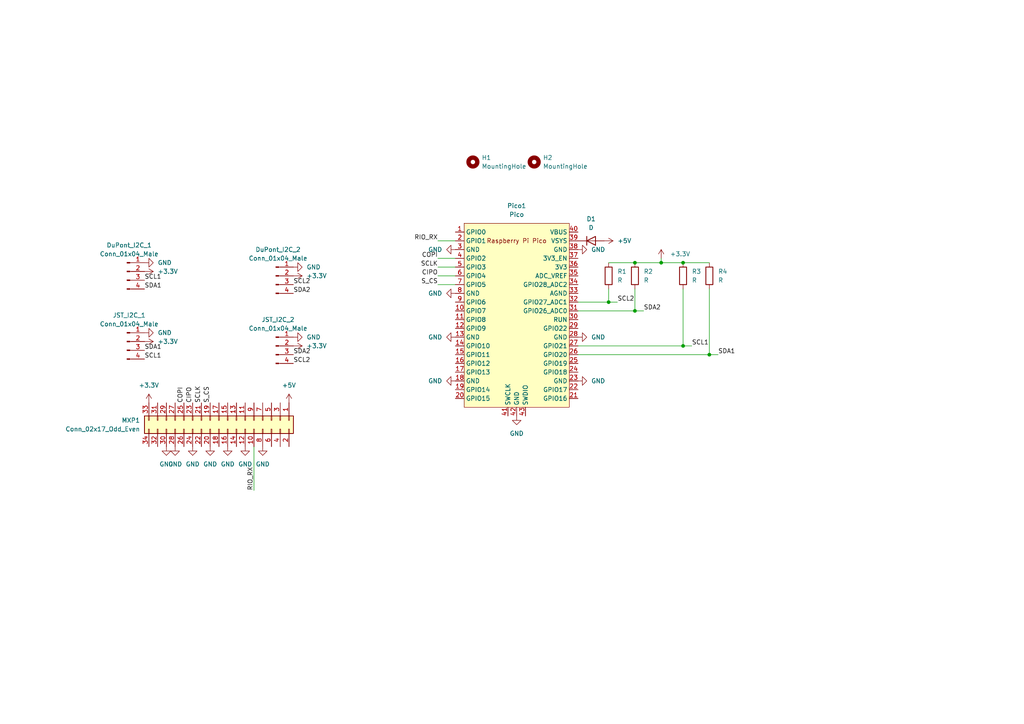
<source format=kicad_sch>
(kicad_sch (version 20211123) (generator eeschema)
  (paper "A4")
  (lib_symbols
    (symbol "Connector:Conn_01x04_Male" (pin_names (offset 1.016) hide)
      (property "Reference" "J" (at 0 5.08 0))
      (property "Value" "Conn_01x04_Male" (at 0 -7.62 0))
      (symbol "Conn_01x04_Male_1_1"
        (polyline (pts (xy 1.27 -5.08) (xy 0.8636 -5.08)) (stroke (width 0.1524)))
        (polyline (pts (xy 1.27 -2.54) (xy 0.8636 -2.54)) (stroke (width 0.1524)))
        (polyline (pts (xy 1.27 0) (xy 0.8636 0)) (stroke (width 0.1524)))
        (polyline (pts (xy 1.27 2.54) (xy 0.8636 2.54)) (stroke (width 0.1524)))
        (rectangle (start 0.8636 -4.953) (end 0 -5.207) (stroke (width 0.1524)) (fill (type outline)))
        (rectangle (start 0.8636 -2.413) (end 0 -2.667) (stroke (width 0.1524)) (fill (type outline)))
        (rectangle (start 0.8636 0.127) (end 0 -0.127) (stroke (width 0.1524)) (fill (type outline)))
        (rectangle (start 0.8636 2.667) (end 0 2.413) (stroke (width 0.1524)) (fill (type outline)))
        (pin passive line (at 5.08 2.54 180) (length 3.81) (name "Pin_1") (number "1"))
        (pin passive line (at 5.08 0 180) (length 3.81) (name "Pin_2") (number "2"))
        (pin passive line (at 5.08 -2.54 180) (length 3.81) (name "Pin_3") (number "3"))
        (pin passive line (at 5.08 -5.08 180) (length 3.81) (name "Pin_4") (number "4"))
      )
    )
    (symbol "Connector_Generic:Conn_02x17_Odd_Even" (pin_names (offset 1.016) hide)
      (property "Reference" "J" (at 1.27 22.86 0))
      (property "Value" "Conn_02x17_Odd_Even" (at 1.27 -22.86 0))
      (symbol "Conn_02x17_Odd_Even_1_1"
        (rectangle (start -1.27 -20.193) (end 0 -20.447) (stroke (width 0.1524)))
        (rectangle (start -1.27 -17.653) (end 0 -17.907) (stroke (width 0.1524)))
        (rectangle (start -1.27 -15.113) (end 0 -15.367) (stroke (width 0.1524)))
        (rectangle (start -1.27 -12.573) (end 0 -12.827) (stroke (width 0.1524)))
        (rectangle (start -1.27 -10.033) (end 0 -10.287) (stroke (width 0.1524)))
        (rectangle (start -1.27 -7.493) (end 0 -7.747) (stroke (width 0.1524)))
        (rectangle (start -1.27 -4.953) (end 0 -5.207) (stroke (width 0.1524)))
        (rectangle (start -1.27 -2.413) (end 0 -2.667) (stroke (width 0.1524)))
        (rectangle (start -1.27 0.127) (end 0 -0.127) (stroke (width 0.1524)))
        (rectangle (start -1.27 2.667) (end 0 2.413) (stroke (width 0.1524)))
        (rectangle (start -1.27 5.207) (end 0 4.953) (stroke (width 0.1524)))
        (rectangle (start -1.27 7.747) (end 0 7.493) (stroke (width 0.1524)))
        (rectangle (start -1.27 10.287) (end 0 10.033) (stroke (width 0.1524)))
        (rectangle (start -1.27 12.827) (end 0 12.573) (stroke (width 0.1524)))
        (rectangle (start -1.27 15.367) (end 0 15.113) (stroke (width 0.1524)))
        (rectangle (start -1.27 17.907) (end 0 17.653) (stroke (width 0.1524)))
        (rectangle (start -1.27 20.447) (end 0 20.193) (stroke (width 0.1524)))
        (rectangle (start -1.27 21.59) (end 3.81 -21.59) (stroke (width 0.254)) (fill (type background)))
        (rectangle (start 3.81 -20.193) (end 2.54 -20.447) (stroke (width 0.1524)))
        (rectangle (start 3.81 -17.653) (end 2.54 -17.907) (stroke (width 0.1524)))
        (rectangle (start 3.81 -15.113) (end 2.54 -15.367) (stroke (width 0.1524)))
        (rectangle (start 3.81 -12.573) (end 2.54 -12.827) (stroke (width 0.1524)))
        (rectangle (start 3.81 -10.033) (end 2.54 -10.287) (stroke (width 0.1524)))
        (rectangle (start 3.81 -7.493) (end 2.54 -7.747) (stroke (width 0.1524)))
        (rectangle (start 3.81 -4.953) (end 2.54 -5.207) (stroke (width 0.1524)))
        (rectangle (start 3.81 -2.413) (end 2.54 -2.667) (stroke (width 0.1524)))
        (rectangle (start 3.81 0.127) (end 2.54 -0.127) (stroke (width 0.1524)))
        (rectangle (start 3.81 2.667) (end 2.54 2.413) (stroke (width 0.1524)))
        (rectangle (start 3.81 5.207) (end 2.54 4.953) (stroke (width 0.1524)))
        (rectangle (start 3.81 7.747) (end 2.54 7.493) (stroke (width 0.1524)))
        (rectangle (start 3.81 10.287) (end 2.54 10.033) (stroke (width 0.1524)))
        (rectangle (start 3.81 12.827) (end 2.54 12.573) (stroke (width 0.1524)))
        (rectangle (start 3.81 15.367) (end 2.54 15.113) (stroke (width 0.1524)))
        (rectangle (start 3.81 17.907) (end 2.54 17.653) (stroke (width 0.1524)))
        (rectangle (start 3.81 20.447) (end 2.54 20.193) (stroke (width 0.1524)))
        (pin passive line (at -5.08 20.32 0) (length 3.81) (name "Pin_1") (number "1"))
        (pin passive line (at 7.62 10.16 180) (length 3.81) (name "Pin_10") (number "10"))
        (pin passive line (at -5.08 7.62 0) (length 3.81) (name "Pin_11") (number "11"))
        (pin passive line (at 7.62 7.62 180) (length 3.81) (name "Pin_12") (number "12"))
        (pin passive line (at -5.08 5.08 0) (length 3.81) (name "Pin_13") (number "13"))
        (pin passive line (at 7.62 5.08 180) (length 3.81) (name "Pin_14") (number "14"))
        (pin passive line (at -5.08 2.54 0) (length 3.81) (name "Pin_15") (number "15"))
        (pin passive line (at 7.62 2.54 180) (length 3.81) (name "Pin_16") (number "16"))
        (pin passive line (at -5.08 0 0) (length 3.81) (name "Pin_17") (number "17"))
        (pin passive line (at 7.62 0 180) (length 3.81) (name "Pin_18") (number "18"))
        (pin passive line (at -5.08 -2.54 0) (length 3.81) (name "Pin_19") (number "19"))
        (pin passive line (at 7.62 20.32 180) (length 3.81) (name "Pin_2") (number "2"))
        (pin passive line (at 7.62 -2.54 180) (length 3.81) (name "Pin_20") (number "20"))
        (pin passive line (at -5.08 -5.08 0) (length 3.81) (name "Pin_21") (number "21"))
        (pin passive line (at 7.62 -5.08 180) (length 3.81) (name "Pin_22") (number "22"))
        (pin passive line (at -5.08 -7.62 0) (length 3.81) (name "Pin_23") (number "23"))
        (pin passive line (at 7.62 -7.62 180) (length 3.81) (name "Pin_24") (number "24"))
        (pin passive line (at -5.08 -10.16 0) (length 3.81) (name "Pin_25") (number "25"))
        (pin passive line (at 7.62 -10.16 180) (length 3.81) (name "Pin_26") (number "26"))
        (pin passive line (at -5.08 -12.7 0) (length 3.81) (name "Pin_27") (number "27"))
        (pin passive line (at 7.62 -12.7 180) (length 3.81) (name "Pin_28") (number "28"))
        (pin passive line (at -5.08 -15.24 0) (length 3.81) (name "Pin_29") (number "29"))
        (pin passive line (at -5.08 17.78 0) (length 3.81) (name "Pin_3") (number "3"))
        (pin passive line (at 7.62 -15.24 180) (length 3.81) (name "Pin_30") (number "30"))
        (pin passive line (at -5.08 -17.78 0) (length 3.81) (name "Pin_31") (number "31"))
        (pin passive line (at 7.62 -17.78 180) (length 3.81) (name "Pin_32") (number "32"))
        (pin passive line (at -5.08 -20.32 0) (length 3.81) (name "Pin_33") (number "33"))
        (pin passive line (at 7.62 -20.32 180) (length 3.81) (name "Pin_34") (number "34"))
        (pin passive line (at 7.62 17.78 180) (length 3.81) (name "Pin_4") (number "4"))
        (pin passive line (at -5.08 15.24 0) (length 3.81) (name "Pin_5") (number "5"))
        (pin passive line (at 7.62 15.24 180) (length 3.81) (name "Pin_6") (number "6"))
        (pin passive line (at -5.08 12.7 0) (length 3.81) (name "Pin_7") (number "7"))
        (pin passive line (at 7.62 12.7 180) (length 3.81) (name "Pin_8") (number "8"))
        (pin passive line (at -5.08 10.16 0) (length 3.81) (name "Pin_9") (number "9"))
      )
    )
    (symbol "Device:D" (pin_numbers hide) (pin_names (offset 1.016) hide)
      (property "Reference" "D" (at 0 2.54 0))
      (property "Value" "D" (at 0 -2.54 0))
      (symbol "D_0_1"
        (polyline (pts (xy -1.27 1.27) (xy -1.27 -1.27)) (stroke (width 0.254)))
        (polyline (pts (xy 1.27 0) (xy -1.27 0)))
        (polyline (pts (xy 1.27 1.27) (xy 1.27 -1.27) (xy -1.27 0) (xy 1.27 1.27)) (stroke (width 0.254)))
      )
      (symbol "D_1_1"
        (pin passive line (at -3.81 0 0) (length 2.54) (name "K") (number "1"))
        (pin passive line (at 3.81 0 180) (length 2.54) (name "A") (number "2"))
      )
    )
    (symbol "Device:R" (pin_numbers hide) (pin_names (offset 0))
      (property "Reference" "R" (at 2.032 0 90))
      (property "Value" "R" (at 0 0 90))
      (symbol "R_0_1"
        (rectangle (start -1.016 -2.54) (end 1.016 2.54) (stroke (width 0.254)))
      )
      (symbol "R_1_1"
        (pin passive line (at 0 3.81 270) (length 1.27) (name "~") (number "1"))
        (pin passive line (at 0 -3.81 90) (length 1.27) (name "~") (number "2"))
      )
    )
    (symbol "MCU_RaspberryPi_and_Boards:Pico"
      (property "Reference" "U" (at -13.97 27.94 0))
      (property "Value" "Pico" (at 0 19.05 0))
      (symbol "Pico_0_0"
        (text "Raspberry Pi Pico" (at 0 21.59 0) (effects (font (size 1.27 1.27))))
      )
      (symbol "Pico_0_1"
        (rectangle (start -15.24 26.67) (end 15.24 -26.67) (fill (type background)))
      )
      (symbol "Pico_1_1"
        (pin bidirectional line (at -17.78 24.13 0) (length 2.54) (name "GPIO0") (number "1"))
        (pin bidirectional line (at -17.78 1.27 0) (length 2.54) (name "GPIO7") (number "10"))
        (pin bidirectional line (at -17.78 -1.27 0) (length 2.54) (name "GPIO8") (number "11"))
        (pin bidirectional line (at -17.78 -3.81 0) (length 2.54) (name "GPIO9") (number "12"))
        (pin power_in line (at -17.78 -6.35 0) (length 2.54) (name "GND") (number "13"))
        (pin bidirectional line (at -17.78 -8.89 0) (length 2.54) (name "GPIO10") (number "14"))
        (pin bidirectional line (at -17.78 -11.43 0) (length 2.54) (name "GPIO11") (number "15"))
        (pin bidirectional line (at -17.78 -13.97 0) (length 2.54) (name "GPIO12") (number "16"))
        (pin bidirectional line (at -17.78 -16.51 0) (length 2.54) (name "GPIO13") (number "17"))
        (pin power_in line (at -17.78 -19.05 0) (length 2.54) (name "GND") (number "18"))
        (pin bidirectional line (at -17.78 -21.59 0) (length 2.54) (name "GPIO14") (number "19"))
        (pin bidirectional line (at -17.78 21.59 0) (length 2.54) (name "GPIO1") (number "2"))
        (pin bidirectional line (at -17.78 -24.13 0) (length 2.54) (name "GPIO15") (number "20"))
        (pin bidirectional line (at 17.78 -24.13 180) (length 2.54) (name "GPIO16") (number "21"))
        (pin bidirectional line (at 17.78 -21.59 180) (length 2.54) (name "GPIO17") (number "22"))
        (pin power_in line (at 17.78 -19.05 180) (length 2.54) (name "GND") (number "23"))
        (pin bidirectional line (at 17.78 -16.51 180) (length 2.54) (name "GPIO18") (number "24"))
        (pin bidirectional line (at 17.78 -13.97 180) (length 2.54) (name "GPIO19") (number "25"))
        (pin bidirectional line (at 17.78 -11.43 180) (length 2.54) (name "GPIO20") (number "26"))
        (pin bidirectional line (at 17.78 -8.89 180) (length 2.54) (name "GPIO21") (number "27"))
        (pin power_in line (at 17.78 -6.35 180) (length 2.54) (name "GND") (number "28"))
        (pin bidirectional line (at 17.78 -3.81 180) (length 2.54) (name "GPIO22") (number "29"))
        (pin power_in line (at -17.78 19.05 0) (length 2.54) (name "GND") (number "3"))
        (pin input line (at 17.78 -1.27 180) (length 2.54) (name "RUN") (number "30"))
        (pin bidirectional line (at 17.78 1.27 180) (length 2.54) (name "GPIO26_ADC0") (number "31"))
        (pin bidirectional line (at 17.78 3.81 180) (length 2.54) (name "GPIO27_ADC1") (number "32"))
        (pin power_in line (at 17.78 6.35 180) (length 2.54) (name "AGND") (number "33"))
        (pin bidirectional line (at 17.78 8.89 180) (length 2.54) (name "GPIO28_ADC2") (number "34"))
        (pin power_in line (at 17.78 11.43 180) (length 2.54) (name "ADC_VREF") (number "35"))
        (pin power_in line (at 17.78 13.97 180) (length 2.54) (name "3V3") (number "36"))
        (pin input line (at 17.78 16.51 180) (length 2.54) (name "3V3_EN") (number "37"))
        (pin bidirectional line (at 17.78 19.05 180) (length 2.54) (name "GND") (number "38"))
        (pin power_in line (at 17.78 21.59 180) (length 2.54) (name "VSYS") (number "39"))
        (pin bidirectional line (at -17.78 16.51 0) (length 2.54) (name "GPIO2") (number "4"))
        (pin power_in line (at 17.78 24.13 180) (length 2.54) (name "VBUS") (number "40"))
        (pin input line (at -2.54 -29.21 90) (length 2.54) (name "SWCLK") (number "41"))
        (pin power_in line (at 0 -29.21 90) (length 2.54) (name "GND") (number "42"))
        (pin bidirectional line (at 2.54 -29.21 90) (length 2.54) (name "SWDIO") (number "43"))
        (pin bidirectional line (at -17.78 13.97 0) (length 2.54) (name "GPIO3") (number "5"))
        (pin bidirectional line (at -17.78 11.43 0) (length 2.54) (name "GPIO4") (number "6"))
        (pin bidirectional line (at -17.78 8.89 0) (length 2.54) (name "GPIO5") (number "7"))
        (pin power_in line (at -17.78 6.35 0) (length 2.54) (name "GND") (number "8"))
        (pin bidirectional line (at -17.78 3.81 0) (length 2.54) (name "GPIO6") (number "9"))
      )
    )
    (symbol "Mechanical:MountingHole" (pin_names (offset 1.016))
      (property "Reference" "H" (at 0 5.08 0))
      (property "Value" "MountingHole" (at 0 3.175 0))
      (symbol "MountingHole_0_1"
        (circle (center 0 0) (radius 1.27) (stroke (width 1.27)))
      )
    )
    (symbol "power:+3.3V" (power) (pin_names (offset 0))
      (property "Value" "+3.3V" (at 0 3.556 0))
      (symbol "+3.3V_0_1"
        (polyline (pts (xy -0.762 1.27) (xy 0 2.54)))
        (polyline (pts (xy 0 0) (xy 0 2.54)))
        (polyline (pts (xy 0 2.54) (xy 0.762 1.27)))
      )
      (symbol "+3.3V_1_1"
        (pin power_in line (at 0 0 90) (length 0) hide (name "+3.3V") (number "1"))
      )
    )
    (symbol "power:+5V" (power) (pin_names (offset 0))
      (property "Value" "+5V" (at 0 3.556 0))
      (symbol "+5V_0_1"
        (polyline (pts (xy -0.762 1.27) (xy 0 2.54)))
        (polyline (pts (xy 0 0) (xy 0 2.54)))
        (polyline (pts (xy 0 2.54) (xy 0.762 1.27)))
      )
      (symbol "+5V_1_1"
        (pin power_in line (at 0 0 90) (length 0) hide (name "+5V") (number "1"))
      )
    )
    (symbol "power:GND" (power) (pin_names (offset 0))
      (property "Value" "GND" (at 0 -3.81 0))
      (symbol "GND_0_1"
        (polyline (pts (xy 0 0) (xy 0 -1.27) (xy 1.27 -1.27) (xy 0 -2.54) (xy -1.27 -1.27) (xy 0 -1.27)))
      )
      (symbol "GND_1_1"
        (pin power_in line (at 0 0 270) (length 0) hide (name "GND") (number "1"))
      )
    )
  )
  (junction (at 184.15 76.2))
  (junction (at 191.77 76.2))
  (junction (at 205.74 102.87))
  (junction (at 198.12 100.33))
  (junction (at 184.15 90.17))
  (junction (at 198.12 76.2))
  (junction (at 176.53 87.63))
  (wire (pts (xy 73.66 142.24) (xy 73.66 129.54)))
  (wire (pts (xy 198.12 76.2) (xy 205.74 76.2)))
  (wire (pts (xy 127 80.01) (xy 132.08 80.01)))
  (wire (pts (xy 186.69 90.17) (xy 184.15 90.17)))
  (wire (pts (xy 167.64 100.33) (xy 198.12 100.33)))
  (wire (pts (xy 184.15 90.17) (xy 167.64 90.17)))
  (wire (pts (xy 198.12 83.82) (xy 198.12 100.33)))
  (wire (pts (xy 179.07 87.63) (xy 176.53 87.63)))
  (wire (pts (xy 127 82.55) (xy 132.08 82.55)))
  (wire (pts (xy 176.53 83.82) (xy 176.53 87.63)))
  (wire (pts (xy 191.77 76.2) (xy 198.12 76.2)))
  (wire (pts (xy 176.53 76.2) (xy 184.15 76.2)))
  (wire (pts (xy 127 69.85) (xy 132.08 69.85)))
  (wire (pts (xy 167.64 102.87) (xy 205.74 102.87)))
  (wire (pts (xy 198.12 100.33) (xy 200.66 100.33)))
  (wire (pts (xy 176.53 87.63) (xy 167.64 87.63)))
  (wire (pts (xy 127 74.93) (xy 132.08 74.93)))
  (wire (pts (xy 127 77.47) (xy 132.08 77.47)))
  (wire (pts (xy 205.74 102.87) (xy 208.28 102.87)))
  (wire (pts (xy 184.15 83.82) (xy 184.15 90.17)))
  (wire (pts (xy 184.15 76.2) (xy 191.77 76.2)))
  (wire (pts (xy 205.74 83.82) (xy 205.74 102.87)))
  (wire (pts (xy 191.77 74.93) (xy 191.77 76.2)))
  (label "SDA2" (at 85.09 85.09 0))
  (label "SCL2" (at 179.07 87.63 0))
  (label "SDA1" (at 41.91 101.6 0))
  (label "SCL1" (at 41.91 81.28 0))
  (label "RIO_RX" (at 73.66 142.24 90))
  (label "S_CS" (at 127 82.55 180))
  (label "S_CS" (at 60.96 116.84 90))
  (label "SDA2" (at 85.09 102.87 0))
  (label "SDA1" (at 41.91 83.82 0))
  (label "SCL2" (at 85.09 82.55 0))
  (label "COPI" (at 53.34 116.84 90))
  (label "SCL2" (at 85.09 105.41 0))
  (label "SCLK" (at 58.42 116.84 90))
  (label "RIO_RX" (at 127 69.85 180))
  (label "SCLK" (at 127 77.47 180))
  (label "CIPO" (at 55.88 116.84 90))
  (label "COPI" (at 127 74.93 180))
  (label "SCL1" (at 41.91 104.14 0))
  (label "SCL1" (at 200.66 100.33 0))
  (label "SDA2" (at 186.69 90.17 0))
  (label "CIPO" (at 127 80.01 180))
  (label "SDA1" (at 208.28 102.87 0))
  (symbol (lib_id "power:+3.3V") (at 85.09 100.33 270) (unit 1)
    (property "Reference" "#PWR0115" (effects hide))
    (property "Value" "+3.3V" (at 88.9 100.3299 90) (effects (justify left)))
  )
  (symbol (lib_id "Device:R") (at 176.53 80.01 0) (mirror y) (unit 1)
    (property "Reference" "R1" (at 179.07 78.7399 0) (effects (justify right)))
    (property "Value" "R" (at 179.07 81.2799 0) (effects (justify right)))
    (property "Footprint" "Resistor_THT:R_Axial_DIN0207_L6.3mm_D2.5mm_P10.16mm_Horizontal" (effects hide))
  )
  (symbol (lib_id "power:GND") (at 50.8 129.54 0) (unit 1)
    (property "Reference" "#PWR0126" (effects hide))
    (property "Value" "GND" (at 50.8 134.62 0))
  )
  (symbol (lib_id "MCU_RaspberryPi_and_Boards:Pico") (at 149.86 91.44 0) (unit 1)
    (property "Reference" "Pico1" (at 149.86 59.69 0))
    (property "Value" "Pico" (at 149.86 62.23 0))
    (property "Footprint" "MCU_RaspberryPi_and_Boards:RPi_Pico_SMD_TH" (effects hide))
  )
  (symbol (lib_id "Mechanical:MountingHole") (at 154.94 46.99 0) (unit 1)
    (property "Reference" "H2" (at 157.48 45.7199 0) (effects (justify left)))
    (property "Value" "MountingHole" (at 157.48 48.2599 0) (effects (justify left)))
    (property "Footprint" "MountingHole:MountingHole_3.2mm_M3" (effects hide))
  )
  (symbol (lib_id "power:+3.3V") (at 41.91 99.06 270) (unit 1)
    (property "Reference" "#PWR0116" (effects hide))
    (property "Value" "+3.3V" (at 45.72 99.0599 90) (effects (justify left)))
  )
  (symbol (lib_id "power:+3.3V") (at 41.91 78.74 270) (unit 1)
    (property "Reference" "#PWR0112" (effects hide))
    (property "Value" "+3.3V" (at 45.72 78.7399 90) (effects (justify left)))
  )
  (symbol (lib_id "power:GND") (at 132.08 97.79 270) (unit 1)
    (property "Reference" "#PWR0104" (effects hide))
    (property "Value" "GND" (at 128.27 97.7899 90) (effects (justify right)))
  )
  (symbol (lib_id "power:+5V") (at 83.82 116.84 0) (mirror y) (unit 1)
    (property "Reference" "#PWR0119" (effects hide))
    (property "Value" "+5V" (at 83.82 111.76 0))
  )
  (symbol (lib_id "Connector:Conn_01x04_Male") (at 36.83 78.74 0) (unit 1)
    (property "Reference" "DuPont_I2C_1" (at 37.465 71.12 0))
    (property "Value" "Conn_01x04_Male" (at 37.465 73.66 0))
    (property "Footprint" "Connector_PinHeader_2.54mm:PinHeader_1x04_P2.54mm_Horizontal" (effects hide))
  )
  (symbol (lib_id "Device:R") (at 184.15 80.01 0) (mirror y) (unit 1)
    (property "Reference" "R2" (at 186.69 78.7399 0) (effects (justify right)))
    (property "Value" "R" (at 186.69 81.2799 0) (effects (justify right)))
    (property "Footprint" "Resistor_THT:R_Axial_DIN0207_L6.3mm_D2.5mm_P10.16mm_Horizontal" (effects hide))
  )
  (symbol (lib_id "power:GND") (at 76.2 129.54 0) (unit 1)
    (property "Reference" "#PWR0120" (effects hide))
    (property "Value" "GND" (at 76.2 134.62 0))
  )
  (symbol (lib_id "power:GND") (at 41.91 76.2 90) (unit 1)
    (property "Reference" "#PWR0111" (effects hide))
    (property "Value" "GND" (at 45.72 76.1999 90) (effects (justify right)))
  )
  (symbol (lib_id "power:GND") (at 132.08 85.09 270) (unit 1)
    (property "Reference" "#PWR0103" (effects hide))
    (property "Value" "GND" (at 128.27 85.0899 90) (effects (justify right)))
  )
  (symbol (lib_id "power:GND") (at 55.88 129.54 0) (unit 1)
    (property "Reference" "#PWR0123" (effects hide))
    (property "Value" "GND" (at 55.88 134.62 0))
  )
  (symbol (lib_id "Connector:Conn_01x04_Male") (at 80.01 100.33 0) (unit 1)
    (property "Reference" "JST_I2C_2" (at 80.645 92.71 0))
    (property "Value" "Conn_01x04_Male" (at 80.645 95.25 0))
    (property "Footprint" "Connector_JST:JST_PH_S4B-PH-K_1x04_P2.00mm_Horizontal" (effects hide))
  )
  (symbol (lib_id "power:GND") (at 167.64 97.79 90) (unit 1)
    (property "Reference" "#PWR0109" (effects hide))
    (property "Value" "GND" (at 171.45 97.7899 90) (effects (justify right)))
  )
  (symbol (lib_id "power:GND") (at 71.12 129.54 0) (unit 1)
    (property "Reference" "#PWR0122" (effects hide))
    (property "Value" "GND" (at 71.12 134.62 0))
  )
  (symbol (lib_id "Device:R") (at 198.12 80.01 0) (mirror y) (unit 1)
    (property "Reference" "R3" (at 200.66 78.7399 0) (effects (justify right)))
    (property "Value" "R" (at 200.66 81.2799 0) (effects (justify right)))
    (property "Footprint" "Resistor_THT:R_Axial_DIN0207_L6.3mm_D2.5mm_P10.16mm_Horizontal" (effects hide))
  )
  (symbol (lib_id "power:GND") (at 48.26 129.54 0) (unit 1)
    (property "Reference" "#PWR0125" (effects hide))
    (property "Value" "GND" (at 48.26 134.62 0))
  )
  (symbol (lib_id "Connector:Conn_01x04_Male") (at 80.01 80.01 0) (unit 1)
    (property "Reference" "DuPont_I2C_2" (at 80.645 72.39 0))
    (property "Value" "Conn_01x04_Male" (at 80.645 74.93 0))
    (property "Footprint" "Connector_PinHeader_2.54mm:PinHeader_1x04_P2.54mm_Horizontal" (effects hide))
  )
  (symbol (lib_id "power:GND") (at 132.08 72.39 270) (mirror x) (unit 1)
    (property "Reference" "#PWR0102" (effects hide))
    (property "Value" "GND" (at 128.27 72.3899 90) (effects (justify right)))
  )
  (symbol (lib_id "power:GND") (at 167.64 110.49 90) (unit 1)
    (property "Reference" "#PWR0108" (effects hide))
    (property "Value" "GND" (at 171.45 110.4899 90) (effects (justify right)))
  )
  (symbol (lib_id "power:GND") (at 85.09 77.47 90) (mirror x) (unit 1)
    (property "Reference" "#PWR0101" (effects hide))
    (property "Value" "GND" (at 88.9 77.4699 90) (effects (justify right)))
  )
  (symbol (lib_id "Device:R") (at 205.74 80.01 0) (unit 1)
    (property "Reference" "R4" (at 208.28 78.7399 0) (effects (justify left)))
    (property "Value" "R" (at 208.28 81.2799 0) (effects (justify left)))
    (property "Footprint" "Resistor_THT:R_Axial_DIN0207_L6.3mm_D2.5mm_P10.16mm_Horizontal" (effects hide))
  )
  (symbol (lib_id "power:+5V") (at 175.26 69.85 270) (unit 1)
    (property "Reference" "#PWR0117" (effects hide))
    (property "Value" "+5V" (at 179.07 69.8499 90) (effects (justify left)))
  )
  (symbol (lib_id "power:GND") (at 132.08 110.49 270) (unit 1)
    (property "Reference" "#PWR0105" (effects hide))
    (property "Value" "GND" (at 128.27 110.4899 90) (effects (justify right)))
  )
  (symbol (lib_id "Device:D") (at 171.45 69.85 0) (mirror x) (unit 1)
    (property "Reference" "D1" (at 171.45 63.5 0))
    (property "Value" "D" (at 171.45 66.04 0))
    (property "Footprint" "Diode_THT:D_DO-15_P12.70mm_Horizontal" (effects hide))
  )
  (symbol (lib_id "Connector_Generic:Conn_02x17_Odd_Even") (at 63.5 121.92 270) (unit 1)
    (property "Reference" "MXP1" (at 40.64 121.9199 90) (effects (justify right)))
    (property "Value" "Conn_02x17_Odd_Even" (at 40.64 124.4599 90) (effects (justify right)))
    (property "Footprint" "Connector_PinSocket_2.54mm:PinSocket_2x17_P2.54mm_Vertical" (effects hide))
  )
  (symbol (lib_id "Mechanical:MountingHole") (at 137.16 46.99 0) (unit 1)
    (property "Reference" "H1" (at 139.7 45.7199 0) (effects (justify left)))
    (property "Value" "MountingHole" (at 139.7 48.2599 0) (effects (justify left)))
    (property "Footprint" "MountingHole:MountingHole_3.2mm_M3" (effects hide))
  )
  (symbol (lib_id "power:+3.3V") (at 43.18 116.84 0) (unit 1)
    (property "Reference" "#PWR0118" (effects hide))
    (property "Value" "+3.3V" (at 43.18 111.76 0))
  )
  (symbol (lib_id "power:GND") (at 149.86 120.65 0) (unit 1)
    (property "Reference" "#PWR0107" (effects hide))
    (property "Value" "GND" (at 149.86 125.73 0))
  )
  (symbol (lib_id "power:GND") (at 85.09 97.79 90) (mirror x) (unit 1)
    (property "Reference" "#PWR0114" (effects hide))
    (property "Value" "GND" (at 88.9 97.7899 90) (effects (justify right)))
  )
  (symbol (lib_id "power:GND") (at 167.64 72.39 90) (unit 1)
    (property "Reference" "#PWR0106" (effects hide))
    (property "Value" "GND" (at 171.45 72.3899 90) (effects (justify right)))
  )
  (symbol (lib_id "power:+3.3V") (at 191.77 74.93 0) (unit 1)
    (property "Reference" "#PWR0127" (effects hide))
    (property "Value" "+3.3V" (at 194.31 73.6599 0) (effects (justify left)))
  )
  (symbol (lib_id "power:GND") (at 41.91 96.52 90) (unit 1)
    (property "Reference" "#PWR0113" (effects hide))
    (property "Value" "GND" (at 45.72 96.5199 90) (effects (justify right)))
  )
  (symbol (lib_id "power:GND") (at 60.96 129.54 0) (unit 1)
    (property "Reference" "#PWR0124" (effects hide))
    (property "Value" "GND" (at 60.96 134.62 0))
  )
  (symbol (lib_id "power:GND") (at 66.04 129.54 0) (unit 1)
    (property "Reference" "#PWR0121" (effects hide))
    (property "Value" "GND" (at 66.04 134.62 0))
  )
  (symbol (lib_id "power:+3.3V") (at 85.09 80.01 270) (unit 1)
    (property "Reference" "#PWR0110" (effects hide))
    (property "Value" "+3.3V" (at 88.9 80.0099 90) (effects (justify left)))
  )
  (symbol (lib_id "Connector:Conn_01x04_Male") (at 36.83 99.06 0) (unit 1)
    (property "Reference" "JST_I2C_1" (at 37.465 91.44 0))
    (property "Value" "Conn_01x04_Male" (at 37.465 93.98 0))
    (property "Footprint" "Connector_JST:JST_PH_S4B-PH-K_1x04_P2.00mm_Horizontal" (effects hide))
  )
)
</source>
